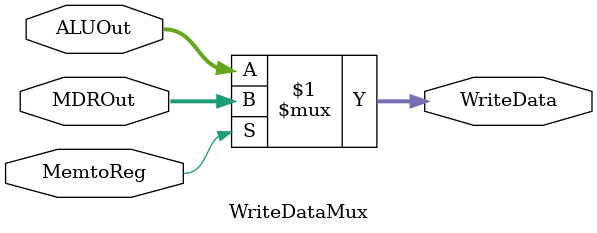
<source format=v>
`timescale 1ns / 1ps
module WriteDataMux(
	input[DATA_WIDTH-1:0] ALUOut,
	input[DATA_WIDTH-1:0] MDROut,
	input MemtoReg,
	output[DATA_WIDTH-1:0] WriteData
    );

	parameter DATA_WIDTH = 32;
	
	assign WriteData = MemtoReg ? MDROut : ALUOut;

endmodule

</source>
